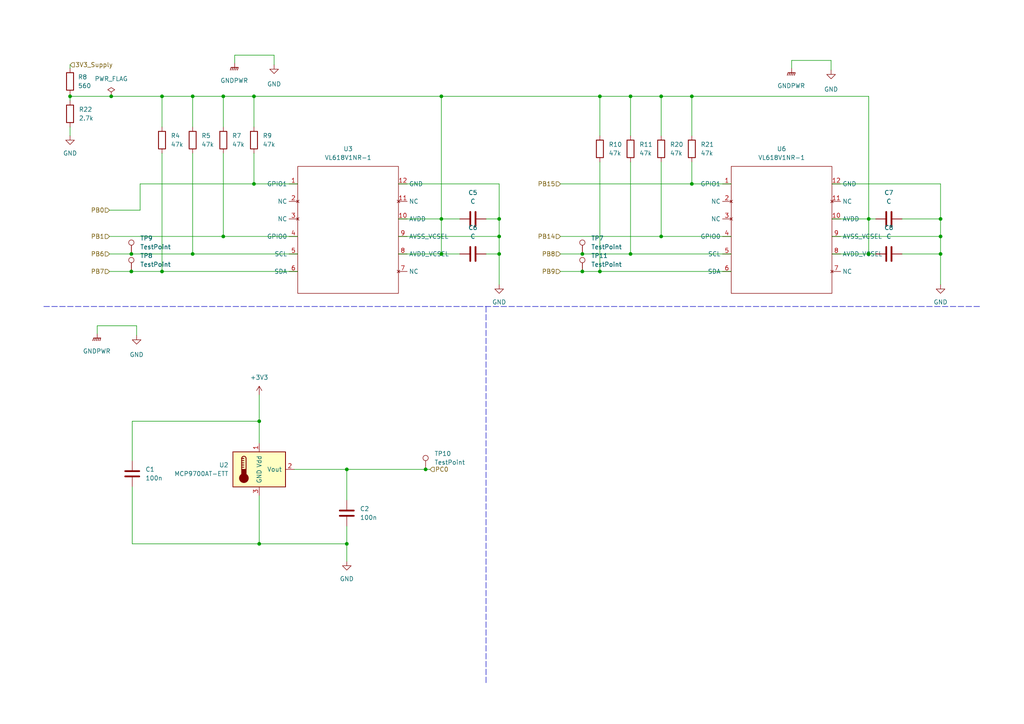
<source format=kicad_sch>
(kicad_sch (version 20211123) (generator eeschema)

  (uuid ae78189d-79c7-41a0-b77c-3bb766898352)

  (paper "A4")

  (title_block
    (title "Sensors")
    (date "2022-03-04")
    (rev "01")
    (company "University of Cape Town")
    (comment 1 "Author: Munashe Chihota")
  )

  (lib_symbols
    (symbol "Connector:TestPoint" (pin_numbers hide) (pin_names (offset 0.762) hide) (in_bom yes) (on_board yes)
      (property "Reference" "TP" (id 0) (at 0 6.858 0)
        (effects (font (size 1.27 1.27)))
      )
      (property "Value" "TestPoint" (id 1) (at 0 5.08 0)
        (effects (font (size 1.27 1.27)))
      )
      (property "Footprint" "" (id 2) (at 5.08 0 0)
        (effects (font (size 1.27 1.27)) hide)
      )
      (property "Datasheet" "~" (id 3) (at 5.08 0 0)
        (effects (font (size 1.27 1.27)) hide)
      )
      (property "ki_keywords" "test point tp" (id 4) (at 0 0 0)
        (effects (font (size 1.27 1.27)) hide)
      )
      (property "ki_description" "test point" (id 5) (at 0 0 0)
        (effects (font (size 1.27 1.27)) hide)
      )
      (property "ki_fp_filters" "Pin* Test*" (id 6) (at 0 0 0)
        (effects (font (size 1.27 1.27)) hide)
      )
      (symbol "TestPoint_0_1"
        (circle (center 0 3.302) (radius 0.762)
          (stroke (width 0) (type default) (color 0 0 0 0))
          (fill (type none))
        )
      )
      (symbol "TestPoint_1_1"
        (pin passive line (at 0 0 90) (length 2.54)
          (name "1" (effects (font (size 1.27 1.27))))
          (number "1" (effects (font (size 1.27 1.27))))
        )
      )
    )
    (symbol "Device:C" (pin_numbers hide) (pin_names (offset 0.254)) (in_bom yes) (on_board yes)
      (property "Reference" "C" (id 0) (at 0.635 2.54 0)
        (effects (font (size 1.27 1.27)) (justify left))
      )
      (property "Value" "C" (id 1) (at 0.635 -2.54 0)
        (effects (font (size 1.27 1.27)) (justify left))
      )
      (property "Footprint" "" (id 2) (at 0.9652 -3.81 0)
        (effects (font (size 1.27 1.27)) hide)
      )
      (property "Datasheet" "~" (id 3) (at 0 0 0)
        (effects (font (size 1.27 1.27)) hide)
      )
      (property "ki_keywords" "cap capacitor" (id 4) (at 0 0 0)
        (effects (font (size 1.27 1.27)) hide)
      )
      (property "ki_description" "Unpolarized capacitor" (id 5) (at 0 0 0)
        (effects (font (size 1.27 1.27)) hide)
      )
      (property "ki_fp_filters" "C_*" (id 6) (at 0 0 0)
        (effects (font (size 1.27 1.27)) hide)
      )
      (symbol "C_0_1"
        (polyline
          (pts
            (xy -2.032 -0.762)
            (xy 2.032 -0.762)
          )
          (stroke (width 0.508) (type default) (color 0 0 0 0))
          (fill (type none))
        )
        (polyline
          (pts
            (xy -2.032 0.762)
            (xy 2.032 0.762)
          )
          (stroke (width 0.508) (type default) (color 0 0 0 0))
          (fill (type none))
        )
      )
      (symbol "C_1_1"
        (pin passive line (at 0 3.81 270) (length 2.794)
          (name "~" (effects (font (size 1.27 1.27))))
          (number "1" (effects (font (size 1.27 1.27))))
        )
        (pin passive line (at 0 -3.81 90) (length 2.794)
          (name "~" (effects (font (size 1.27 1.27))))
          (number "2" (effects (font (size 1.27 1.27))))
        )
      )
    )
    (symbol "Device:R" (pin_numbers hide) (pin_names (offset 0)) (in_bom yes) (on_board yes)
      (property "Reference" "R" (id 0) (at 2.032 0 90)
        (effects (font (size 1.27 1.27)))
      )
      (property "Value" "R" (id 1) (at 0 0 90)
        (effects (font (size 1.27 1.27)))
      )
      (property "Footprint" "" (id 2) (at -1.778 0 90)
        (effects (font (size 1.27 1.27)) hide)
      )
      (property "Datasheet" "~" (id 3) (at 0 0 0)
        (effects (font (size 1.27 1.27)) hide)
      )
      (property "ki_keywords" "R res resistor" (id 4) (at 0 0 0)
        (effects (font (size 1.27 1.27)) hide)
      )
      (property "ki_description" "Resistor" (id 5) (at 0 0 0)
        (effects (font (size 1.27 1.27)) hide)
      )
      (property "ki_fp_filters" "R_*" (id 6) (at 0 0 0)
        (effects (font (size 1.27 1.27)) hide)
      )
      (symbol "R_0_1"
        (rectangle (start -1.016 -2.54) (end 1.016 2.54)
          (stroke (width 0.254) (type default) (color 0 0 0 0))
          (fill (type none))
        )
      )
      (symbol "R_1_1"
        (pin passive line (at 0 3.81 270) (length 1.27)
          (name "~" (effects (font (size 1.27 1.27))))
          (number "1" (effects (font (size 1.27 1.27))))
        )
        (pin passive line (at 0 -3.81 90) (length 1.27)
          (name "~" (effects (font (size 1.27 1.27))))
          (number "2" (effects (font (size 1.27 1.27))))
        )
      )
    )
    (symbol "Project sensors:VL618V1NR-1" (in_bom yes) (on_board yes)
      (property "Reference" "U6" (id 0) (at -0.635 21.59 0)
        (effects (font (size 1.27 1.27)))
      )
      (property "Value" "VL618V1NR-1" (id 1) (at -0.635 19.05 0)
        (effects (font (size 1.27 1.27)))
      )
      (property "Footprint" "ProjectLibFootprints:VL6180" (id 2) (at 0 0 0)
        (effects (font (size 1.27 1.27)) hide)
      )
      (property "Datasheet" "" (id 3) (at 0 0 0)
        (effects (font (size 1.27 1.27)) hide)
      )
      (symbol "VL618V1NR-1_0_1"
        (rectangle (start -15.24 16.51) (end 13.97 -20.32)
          (stroke (width 0) (type default) (color 0 0 0 0))
          (fill (type none))
        )
      )
      (symbol "VL618V1NR-1_1_1"
        (pin bidirectional line (at -15.24 11.43 180) (length 2.54)
          (name "GPIO1" (effects (font (size 1.27 1.27))))
          (number "1" (effects (font (size 1.27 1.27))))
        )
        (pin power_in line (at 13.97 1.27 0) (length 2.54)
          (name "AVDD" (effects (font (size 1.27 1.27))))
          (number "10" (effects (font (size 1.27 1.27))))
        )
        (pin no_connect line (at 13.97 6.35 0) (length 2.54)
          (name "NC" (effects (font (size 1.27 1.27))))
          (number "11" (effects (font (size 1.27 1.27))))
        )
        (pin power_in line (at 13.97 11.43 0) (length 2.54)
          (name "GND" (effects (font (size 1.27 1.27))))
          (number "12" (effects (font (size 1.27 1.27))))
        )
        (pin no_connect line (at -15.24 6.35 180) (length 2.54)
          (name "NC" (effects (font (size 1.27 1.27))))
          (number "2" (effects (font (size 1.27 1.27))))
        )
        (pin no_connect line (at -15.24 1.27 180) (length 2.54)
          (name "NC" (effects (font (size 1.27 1.27))))
          (number "3" (effects (font (size 1.27 1.27))))
        )
        (pin bidirectional line (at -15.24 -3.81 180) (length 2.54)
          (name "GPIO0" (effects (font (size 1.27 1.27))))
          (number "4" (effects (font (size 1.27 1.27))))
        )
        (pin input line (at -15.24 -8.89 180) (length 2.54)
          (name "SCL" (effects (font (size 1.27 1.27))))
          (number "5" (effects (font (size 1.27 1.27))))
        )
        (pin bidirectional line (at -15.24 -13.97 180) (length 2.54)
          (name "SDA" (effects (font (size 1.27 1.27))))
          (number "6" (effects (font (size 1.27 1.27))))
        )
        (pin no_connect line (at 13.97 -13.97 0) (length 2.54)
          (name "NC" (effects (font (size 1.27 1.27))))
          (number "7" (effects (font (size 1.27 1.27))))
        )
        (pin power_in line (at 13.97 -8.89 0) (length 2.54)
          (name "AVDD_VCSEL" (effects (font (size 1.27 1.27))))
          (number "8" (effects (font (size 1.27 1.27))))
        )
        (pin power_in line (at 13.97 -3.81 0) (length 2.54)
          (name "AVSS_VCSEL" (effects (font (size 1.27 1.27))))
          (number "9" (effects (font (size 1.27 1.27))))
        )
      )
    )
    (symbol "Sensor_Temperature:MCP9700AT-ETT" (pin_names (offset 1.016)) (in_bom yes) (on_board yes)
      (property "Reference" "U" (id 0) (at -6.35 6.35 0)
        (effects (font (size 1.27 1.27)))
      )
      (property "Value" "MCP9700AT-ETT" (id 1) (at 1.27 6.35 0)
        (effects (font (size 1.27 1.27)) (justify left))
      )
      (property "Footprint" "Package_TO_SOT_SMD:SOT-23" (id 2) (at 0 -10.16 0)
        (effects (font (size 1.27 1.27)) hide)
      )
      (property "Datasheet" "http://ww1.microchip.com/downloads/en/DeviceDoc/21942e.pdf" (id 3) (at -3.81 6.35 0)
        (effects (font (size 1.27 1.27)) hide)
      )
      (property "ki_keywords" "temperature sensor thermistor" (id 4) (at 0 0 0)
        (effects (font (size 1.27 1.27)) hide)
      )
      (property "ki_description" "Low power, analog thermistor temperature sensor, ±2C accuracy, -40C to +125C, in SOT-23-3" (id 5) (at 0 0 0)
        (effects (font (size 1.27 1.27)) hide)
      )
      (property "ki_fp_filters" "SOT?23*" (id 6) (at 0 0 0)
        (effects (font (size 1.27 1.27)) hide)
      )
      (symbol "MCP9700AT-ETT_0_1"
        (rectangle (start -7.62 5.08) (end 7.62 -5.08)
          (stroke (width 0.254) (type default) (color 0 0 0 0))
          (fill (type background))
        )
        (circle (center -4.445 -2.54) (radius 1.27)
          (stroke (width 0.254) (type default) (color 0 0 0 0))
          (fill (type outline))
        )
        (rectangle (start -3.81 -1.905) (end -5.08 0)
          (stroke (width 0.254) (type default) (color 0 0 0 0))
          (fill (type outline))
        )
        (arc (start -3.81 3.175) (mid -4.445 3.81) (end -5.08 3.175)
          (stroke (width 0.254) (type default) (color 0 0 0 0))
          (fill (type none))
        )
        (polyline
          (pts
            (xy -5.08 0.635)
            (xy -4.445 0.635)
          )
          (stroke (width 0.254) (type default) (color 0 0 0 0))
          (fill (type none))
        )
        (polyline
          (pts
            (xy -5.08 1.27)
            (xy -4.445 1.27)
          )
          (stroke (width 0.254) (type default) (color 0 0 0 0))
          (fill (type none))
        )
        (polyline
          (pts
            (xy -5.08 1.905)
            (xy -4.445 1.905)
          )
          (stroke (width 0.254) (type default) (color 0 0 0 0))
          (fill (type none))
        )
        (polyline
          (pts
            (xy -5.08 2.54)
            (xy -4.445 2.54)
          )
          (stroke (width 0.254) (type default) (color 0 0 0 0))
          (fill (type none))
        )
        (polyline
          (pts
            (xy -5.08 3.175)
            (xy -5.08 0)
          )
          (stroke (width 0.254) (type default) (color 0 0 0 0))
          (fill (type none))
        )
        (polyline
          (pts
            (xy -5.08 3.175)
            (xy -4.445 3.175)
          )
          (stroke (width 0.254) (type default) (color 0 0 0 0))
          (fill (type none))
        )
        (polyline
          (pts
            (xy -3.81 3.175)
            (xy -3.81 0)
          )
          (stroke (width 0.254) (type default) (color 0 0 0 0))
          (fill (type none))
        )
      )
      (symbol "MCP9700AT-ETT_1_1"
        (pin power_in line (at 0 7.62 270) (length 2.54)
          (name "Vdd" (effects (font (size 1.27 1.27))))
          (number "1" (effects (font (size 1.27 1.27))))
        )
        (pin output line (at 10.16 0 180) (length 2.54)
          (name "Vout" (effects (font (size 1.27 1.27))))
          (number "2" (effects (font (size 1.27 1.27))))
        )
        (pin power_in line (at 0 -7.62 90) (length 2.54)
          (name "GND" (effects (font (size 1.27 1.27))))
          (number "3" (effects (font (size 1.27 1.27))))
        )
      )
    )
    (symbol "VL618V1NR-1_1" (in_bom yes) (on_board yes)
      (property "Reference" "U3" (id 0) (at -0.635 21.59 0)
        (effects (font (size 1.27 1.27)))
      )
      (property "Value" "VL618V1NR-1" (id 1) (at -0.635 19.05 0)
        (effects (font (size 1.27 1.27)))
      )
      (property "Footprint" "ProjectLibFootprints:VL6180" (id 2) (at 0 0 0)
        (effects (font (size 1.27 1.27)) hide)
      )
      (property "Datasheet" "" (id 3) (at 0 0 0)
        (effects (font (size 1.27 1.27)) hide)
      )
      (symbol "VL618V1NR-1_1_0_1"
        (rectangle (start -15.24 16.51) (end 13.97 -20.32)
          (stroke (width 0) (type default) (color 0 0 0 0))
          (fill (type none))
        )
      )
      (symbol "VL618V1NR-1_1_1_1"
        (pin bidirectional line (at -15.24 11.43 180) (length 2.54)
          (name "GPIO1" (effects (font (size 1.27 1.27))))
          (number "1" (effects (font (size 1.27 1.27))))
        )
        (pin power_in line (at 13.97 1.27 0) (length 2.54)
          (name "AVDD" (effects (font (size 1.27 1.27))))
          (number "10" (effects (font (size 1.27 1.27))))
        )
        (pin no_connect line (at 13.97 6.35 0) (length 2.54)
          (name "NC" (effects (font (size 1.27 1.27))))
          (number "11" (effects (font (size 1.27 1.27))))
        )
        (pin power_in line (at 13.97 11.43 0) (length 2.54)
          (name "GND" (effects (font (size 1.27 1.27))))
          (number "12" (effects (font (size 1.27 1.27))))
        )
        (pin no_connect line (at -15.24 6.35 180) (length 2.54)
          (name "NC" (effects (font (size 1.27 1.27))))
          (number "2" (effects (font (size 1.27 1.27))))
        )
        (pin no_connect line (at -15.24 1.27 180) (length 2.54)
          (name "NC" (effects (font (size 1.27 1.27))))
          (number "3" (effects (font (size 1.27 1.27))))
        )
        (pin bidirectional line (at -15.24 -3.81 180) (length 2.54)
          (name "GPIO0" (effects (font (size 1.27 1.27))))
          (number "4" (effects (font (size 1.27 1.27))))
        )
        (pin input line (at -15.24 -8.89 180) (length 2.54)
          (name "SCL" (effects (font (size 1.27 1.27))))
          (number "5" (effects (font (size 1.27 1.27))))
        )
        (pin bidirectional line (at -15.24 -13.97 180) (length 2.54)
          (name "SDA" (effects (font (size 1.27 1.27))))
          (number "6" (effects (font (size 1.27 1.27))))
        )
        (pin no_connect line (at 13.97 -13.97 0) (length 2.54)
          (name "NC" (effects (font (size 1.27 1.27))))
          (number "7" (effects (font (size 1.27 1.27))))
        )
        (pin power_in line (at 13.97 -8.89 0) (length 2.54)
          (name "AVDD_VCSEL" (effects (font (size 1.27 1.27))))
          (number "8" (effects (font (size 1.27 1.27))))
        )
        (pin power_in line (at 13.97 -3.81 0) (length 2.54)
          (name "AVSS_VCSEL" (effects (font (size 1.27 1.27))))
          (number "9" (effects (font (size 1.27 1.27))))
        )
      )
    )
    (symbol "power:+3.3V" (power) (pin_names (offset 0)) (in_bom yes) (on_board yes)
      (property "Reference" "#PWR" (id 0) (at 0 -3.81 0)
        (effects (font (size 1.27 1.27)) hide)
      )
      (property "Value" "+3.3V" (id 1) (at 0 3.556 0)
        (effects (font (size 1.27 1.27)))
      )
      (property "Footprint" "" (id 2) (at 0 0 0)
        (effects (font (size 1.27 1.27)) hide)
      )
      (property "Datasheet" "" (id 3) (at 0 0 0)
        (effects (font (size 1.27 1.27)) hide)
      )
      (property "ki_keywords" "power-flag" (id 4) (at 0 0 0)
        (effects (font (size 1.27 1.27)) hide)
      )
      (property "ki_description" "Power symbol creates a global label with name \"+3.3V\"" (id 5) (at 0 0 0)
        (effects (font (size 1.27 1.27)) hide)
      )
      (symbol "+3.3V_0_1"
        (polyline
          (pts
            (xy -0.762 1.27)
            (xy 0 2.54)
          )
          (stroke (width 0) (type default) (color 0 0 0 0))
          (fill (type none))
        )
        (polyline
          (pts
            (xy 0 0)
            (xy 0 2.54)
          )
          (stroke (width 0) (type default) (color 0 0 0 0))
          (fill (type none))
        )
        (polyline
          (pts
            (xy 0 2.54)
            (xy 0.762 1.27)
          )
          (stroke (width 0) (type default) (color 0 0 0 0))
          (fill (type none))
        )
      )
      (symbol "+3.3V_1_1"
        (pin power_in line (at 0 0 90) (length 0) hide
          (name "+3V3" (effects (font (size 1.27 1.27))))
          (number "1" (effects (font (size 1.27 1.27))))
        )
      )
    )
    (symbol "power:GND" (power) (pin_names (offset 0)) (in_bom yes) (on_board yes)
      (property "Reference" "#PWR" (id 0) (at 0 -6.35 0)
        (effects (font (size 1.27 1.27)) hide)
      )
      (property "Value" "GND" (id 1) (at 0 -3.81 0)
        (effects (font (size 1.27 1.27)))
      )
      (property "Footprint" "" (id 2) (at 0 0 0)
        (effects (font (size 1.27 1.27)) hide)
      )
      (property "Datasheet" "" (id 3) (at 0 0 0)
        (effects (font (size 1.27 1.27)) hide)
      )
      (property "ki_keywords" "power-flag" (id 4) (at 0 0 0)
        (effects (font (size 1.27 1.27)) hide)
      )
      (property "ki_description" "Power symbol creates a global label with name \"GND\" , ground" (id 5) (at 0 0 0)
        (effects (font (size 1.27 1.27)) hide)
      )
      (symbol "GND_0_1"
        (polyline
          (pts
            (xy 0 0)
            (xy 0 -1.27)
            (xy 1.27 -1.27)
            (xy 0 -2.54)
            (xy -1.27 -1.27)
            (xy 0 -1.27)
          )
          (stroke (width 0) (type default) (color 0 0 0 0))
          (fill (type none))
        )
      )
      (symbol "GND_1_1"
        (pin power_in line (at 0 0 270) (length 0) hide
          (name "GND" (effects (font (size 1.27 1.27))))
          (number "1" (effects (font (size 1.27 1.27))))
        )
      )
    )
    (symbol "power:GNDPWR" (power) (pin_names (offset 0)) (in_bom yes) (on_board yes)
      (property "Reference" "#PWR" (id 0) (at 0 -5.08 0)
        (effects (font (size 1.27 1.27)) hide)
      )
      (property "Value" "GNDPWR" (id 1) (at 0 -3.302 0)
        (effects (font (size 1.27 1.27)))
      )
      (property "Footprint" "" (id 2) (at 0 -1.27 0)
        (effects (font (size 1.27 1.27)) hide)
      )
      (property "Datasheet" "" (id 3) (at 0 -1.27 0)
        (effects (font (size 1.27 1.27)) hide)
      )
      (property "ki_keywords" "power-flag" (id 4) (at 0 0 0)
        (effects (font (size 1.27 1.27)) hide)
      )
      (property "ki_description" "Power symbol creates a global label with name \"GNDPWR\" , power ground" (id 5) (at 0 0 0)
        (effects (font (size 1.27 1.27)) hide)
      )
      (symbol "GNDPWR_0_1"
        (polyline
          (pts
            (xy 0 -1.27)
            (xy 0 0)
          )
          (stroke (width 0) (type default) (color 0 0 0 0))
          (fill (type none))
        )
        (polyline
          (pts
            (xy -1.016 -1.27)
            (xy -1.27 -2.032)
            (xy -1.27 -2.032)
          )
          (stroke (width 0.2032) (type default) (color 0 0 0 0))
          (fill (type none))
        )
        (polyline
          (pts
            (xy -0.508 -1.27)
            (xy -0.762 -2.032)
            (xy -0.762 -2.032)
          )
          (stroke (width 0.2032) (type default) (color 0 0 0 0))
          (fill (type none))
        )
        (polyline
          (pts
            (xy 0 -1.27)
            (xy -0.254 -2.032)
            (xy -0.254 -2.032)
          )
          (stroke (width 0.2032) (type default) (color 0 0 0 0))
          (fill (type none))
        )
        (polyline
          (pts
            (xy 0.508 -1.27)
            (xy 0.254 -2.032)
            (xy 0.254 -2.032)
          )
          (stroke (width 0.2032) (type default) (color 0 0 0 0))
          (fill (type none))
        )
        (polyline
          (pts
            (xy 1.016 -1.27)
            (xy -1.016 -1.27)
            (xy -1.016 -1.27)
          )
          (stroke (width 0.2032) (type default) (color 0 0 0 0))
          (fill (type none))
        )
        (polyline
          (pts
            (xy 1.016 -1.27)
            (xy 0.762 -2.032)
            (xy 0.762 -2.032)
            (xy 0.762 -2.032)
          )
          (stroke (width 0.2032) (type default) (color 0 0 0 0))
          (fill (type none))
        )
      )
      (symbol "GNDPWR_1_1"
        (pin power_in line (at 0 0 270) (length 0) hide
          (name "GNDPWR" (effects (font (size 1.27 1.27))))
          (number "1" (effects (font (size 1.27 1.27))))
        )
      )
    )
    (symbol "power:PWR_FLAG" (power) (pin_numbers hide) (pin_names (offset 0) hide) (in_bom yes) (on_board yes)
      (property "Reference" "#FLG" (id 0) (at 0 1.905 0)
        (effects (font (size 1.27 1.27)) hide)
      )
      (property "Value" "PWR_FLAG" (id 1) (at 0 3.81 0)
        (effects (font (size 1.27 1.27)))
      )
      (property "Footprint" "" (id 2) (at 0 0 0)
        (effects (font (size 1.27 1.27)) hide)
      )
      (property "Datasheet" "~" (id 3) (at 0 0 0)
        (effects (font (size 1.27 1.27)) hide)
      )
      (property "ki_keywords" "power-flag" (id 4) (at 0 0 0)
        (effects (font (size 1.27 1.27)) hide)
      )
      (property "ki_description" "Special symbol for telling ERC where power comes from" (id 5) (at 0 0 0)
        (effects (font (size 1.27 1.27)) hide)
      )
      (symbol "PWR_FLAG_0_0"
        (pin power_out line (at 0 0 90) (length 0)
          (name "pwr" (effects (font (size 1.27 1.27))))
          (number "1" (effects (font (size 1.27 1.27))))
        )
      )
      (symbol "PWR_FLAG_0_1"
        (polyline
          (pts
            (xy 0 0)
            (xy 0 1.27)
            (xy -1.016 1.905)
            (xy 0 2.54)
            (xy 1.016 1.905)
            (xy 0 1.27)
          )
          (stroke (width 0) (type default) (color 0 0 0 0))
          (fill (type none))
        )
      )
    )
  )


  (junction (at 46.99 78.74) (diameter 0) (color 0 0 0 0)
    (uuid 05169713-5602-43e5-9dc7-55352ed980b3)
  )
  (junction (at 251.968 63.5) (diameter 0) (color 0 0 0 0)
    (uuid 0b89b401-497f-421d-9549-f46aeca31791)
  )
  (junction (at 32.258 27.94) (diameter 0) (color 0 0 0 0)
    (uuid 0cb858b8-ac7b-4c26-a80e-344eba2cb4ea)
  )
  (junction (at 100.584 136.144) (diameter 0) (color 0 0 0 0)
    (uuid 22994ef8-f5fd-4ef8-bae4-f9bc4121ee65)
  )
  (junction (at 55.88 27.94) (diameter 0) (color 0 0 0 0)
    (uuid 2b091e01-d11c-4e51-9c84-579628564965)
  )
  (junction (at 144.78 73.66) (diameter 0) (color 0 0 0 0)
    (uuid 2b5a338e-6106-47c2-9781-b7cfc591d390)
  )
  (junction (at 38.1 78.74) (diameter 0) (color 0 0 0 0)
    (uuid 2c470bda-aade-4b94-aff0-22829f7b3d5c)
  )
  (junction (at 100.584 157.734) (diameter 0) (color 0 0 0 0)
    (uuid 2e484963-b269-42b3-9486-24df28465ede)
  )
  (junction (at 73.66 53.34) (diameter 0) (color 0 0 0 0)
    (uuid 348799d6-088a-45ca-8214-bb9dd07af181)
  )
  (junction (at 75.184 157.734) (diameter 0) (color 0 0 0 0)
    (uuid 37636792-b110-4a70-a465-350de15a2496)
  )
  (junction (at 200.66 27.94) (diameter 0) (color 0 0 0 0)
    (uuid 3c209543-5995-4a0b-983b-0084cd815173)
  )
  (junction (at 128.016 63.5) (diameter 0) (color 0 0 0 0)
    (uuid 44acaa70-6c78-4cf7-a03c-81105da3d34b)
  )
  (junction (at 128.016 73.66) (diameter 0) (color 0 0 0 0)
    (uuid 45d8a565-4bfb-46f1-9ff3-e912b9bcbefa)
  )
  (junction (at 272.796 73.66) (diameter 0) (color 0 0 0 0)
    (uuid 578ffbd0-44cd-4ea8-af3b-17ff908d3f22)
  )
  (junction (at 272.796 68.58) (diameter 0) (color 0 0 0 0)
    (uuid 599a679d-8053-4abd-8a89-4621445798e7)
  )
  (junction (at 200.66 53.34) (diameter 0) (color 0 0 0 0)
    (uuid 5d489318-499b-445f-82f7-0e627304f810)
  )
  (junction (at 123.444 136.144) (diameter 0) (color 0 0 0 0)
    (uuid 65132667-826d-437b-9c63-70b6e67d1119)
  )
  (junction (at 168.91 73.66) (diameter 0) (color 0 0 0 0)
    (uuid 65378856-b78f-487f-8b14-7cf18878e65c)
  )
  (junction (at 191.77 68.58) (diameter 0) (color 0 0 0 0)
    (uuid 6f587f8c-9d3e-4eb2-a937-c22dec4fd1ec)
  )
  (junction (at 46.99 27.94) (diameter 0) (color 0 0 0 0)
    (uuid 6f70e95a-d558-4512-8b5d-b097b727016d)
  )
  (junction (at 20.32 27.94) (diameter 0) (color 0 0 0 0)
    (uuid 8113c835-a76b-401a-9d3f-612d51e8a12b)
  )
  (junction (at 272.796 63.5) (diameter 0) (color 0 0 0 0)
    (uuid 882dc0b3-a87e-4470-8543-9251ef54f640)
  )
  (junction (at 75.184 122.174) (diameter 0) (color 0 0 0 0)
    (uuid 89ce4106-b0fc-45ca-bb1b-a065cb824a5e)
  )
  (junction (at 168.91 78.74) (diameter 0) (color 0 0 0 0)
    (uuid 8b2b0a34-30d7-4262-8485-639d24e278cd)
  )
  (junction (at 173.99 78.74) (diameter 0) (color 0 0 0 0)
    (uuid 940ae67e-70a2-40f8-85c7-41e6222fc820)
  )
  (junction (at 182.88 73.66) (diameter 0) (color 0 0 0 0)
    (uuid 97dda2f9-6bc8-4eb5-a0a9-064c3fe58dbc)
  )
  (junction (at 73.66 27.94) (diameter 0) (color 0 0 0 0)
    (uuid a193eb52-c74c-418f-ab1b-93cc6ee2f0c3)
  )
  (junction (at 173.99 27.94) (diameter 0) (color 0 0 0 0)
    (uuid a21ebbe3-0eef-49c0-af16-0bb4bfa0960a)
  )
  (junction (at 144.78 68.58) (diameter 0) (color 0 0 0 0)
    (uuid a4116bf9-4838-4662-ac68-98af6695c58f)
  )
  (junction (at 38.1 73.66) (diameter 0) (color 0 0 0 0)
    (uuid ae56b332-c2bf-4a02-86d5-8685263c9df0)
  )
  (junction (at 55.88 73.66) (diameter 0) (color 0 0 0 0)
    (uuid aeba30e0-b502-40df-8e70-0a1c2e5cc36f)
  )
  (junction (at 64.77 27.94) (diameter 0) (color 0 0 0 0)
    (uuid cf3605fb-6b23-46b6-9c57-da8258c4c1ab)
  )
  (junction (at 251.968 73.66) (diameter 0) (color 0 0 0 0)
    (uuid d070c8eb-cc53-4a91-a791-396aeb056142)
  )
  (junction (at 182.88 27.94) (diameter 0) (color 0 0 0 0)
    (uuid e1ef209d-c26f-4a10-b73e-1b343973ee4f)
  )
  (junction (at 144.78 63.5) (diameter 0) (color 0 0 0 0)
    (uuid ea0331ce-932c-415a-b2a4-47a0521af3eb)
  )
  (junction (at 64.77 68.58) (diameter 0) (color 0 0 0 0)
    (uuid ea1b2924-6f76-47c5-a351-6fa114924f7c)
  )
  (junction (at 128.016 27.94) (diameter 0) (color 0 0 0 0)
    (uuid ef7d2a6f-4697-4fd7-9fc7-cd941c94dc81)
  )
  (junction (at 191.77 27.94) (diameter 0) (color 0 0 0 0)
    (uuid f315d566-4aab-4eb9-8131-6ca92bf3b2fb)
  )

  (wire (pts (xy 168.91 78.74) (xy 173.99 78.74))
    (stroke (width 0) (type default) (color 0 0 0 0))
    (uuid 0a04f1c8-c8c9-49e0-b173-e268fbed2d31)
  )
  (wire (pts (xy 191.77 27.94) (xy 200.66 27.94))
    (stroke (width 0) (type default) (color 0 0 0 0))
    (uuid 0cbdad87-58b1-4aa6-b917-d050a5e66a5a)
  )
  (wire (pts (xy 173.99 78.74) (xy 212.09 78.74))
    (stroke (width 0) (type default) (color 0 0 0 0))
    (uuid 0ef497bb-8772-44fd-b8f3-ac6c1d52927c)
  )
  (wire (pts (xy 86.36 68.58) (xy 64.77 68.58))
    (stroke (width 0) (type default) (color 0 0 0 0))
    (uuid 0fb1880c-ca94-4bcf-9939-78f1e6f720b8)
  )
  (wire (pts (xy 200.66 27.94) (xy 251.968 27.94))
    (stroke (width 0) (type default) (color 0 0 0 0))
    (uuid 0fcf310c-d708-4ec6-a9ed-ad6d703d1b76)
  )
  (wire (pts (xy 182.88 27.94) (xy 182.88 39.37))
    (stroke (width 0) (type default) (color 0 0 0 0))
    (uuid 1193ec96-b0e9-4246-a348-048890499996)
  )
  (wire (pts (xy 182.88 46.99) (xy 182.88 73.66))
    (stroke (width 0) (type default) (color 0 0 0 0))
    (uuid 1332ce2a-d402-4bdf-9992-c7ae53d7f8e2)
  )
  (wire (pts (xy 115.57 63.5) (xy 128.016 63.5))
    (stroke (width 0) (type default) (color 0 0 0 0))
    (uuid 17edb48c-8373-4358-a597-1d187f565854)
  )
  (wire (pts (xy 200.66 53.34) (xy 212.09 53.34))
    (stroke (width 0) (type default) (color 0 0 0 0))
    (uuid 1bebe425-5b88-47ef-9ae2-fa4350615fa8)
  )
  (wire (pts (xy 173.99 27.94) (xy 173.99 39.37))
    (stroke (width 0) (type default) (color 0 0 0 0))
    (uuid 1c412d0b-b575-4867-b8ef-cb9859937503)
  )
  (wire (pts (xy 73.66 53.34) (xy 86.36 53.34))
    (stroke (width 0) (type default) (color 0 0 0 0))
    (uuid 1f5eaf60-cf7f-44dd-ae6d-b8cd9d625974)
  )
  (wire (pts (xy 46.99 27.94) (xy 46.99 36.83))
    (stroke (width 0) (type default) (color 0 0 0 0))
    (uuid 21efb4d4-51c1-4cf9-9e5c-2519150c81a3)
  )
  (wire (pts (xy 32.258 27.94) (xy 46.99 27.94))
    (stroke (width 0) (type default) (color 0 0 0 0))
    (uuid 234a9e55-962b-4c27-afc6-61ae29ac644a)
  )
  (wire (pts (xy 173.99 27.94) (xy 182.88 27.94))
    (stroke (width 0) (type default) (color 0 0 0 0))
    (uuid 239a4bd6-cfc7-40b1-822e-c8692943b732)
  )
  (wire (pts (xy 272.796 63.5) (xy 272.796 68.58))
    (stroke (width 0) (type default) (color 0 0 0 0))
    (uuid 24c80c57-ecf2-41d0-bfc4-d41aa271b7da)
  )
  (wire (pts (xy 39.624 97.282) (xy 39.624 94.488))
    (stroke (width 0) (type default) (color 0 0 0 0))
    (uuid 2797e55b-ab07-4407-8f59-7c2f57176870)
  )
  (wire (pts (xy 46.99 27.94) (xy 55.88 27.94))
    (stroke (width 0) (type default) (color 0 0 0 0))
    (uuid 2834de78-a0ba-4c3c-bf89-061543382370)
  )
  (wire (pts (xy 251.968 63.5) (xy 254 63.5))
    (stroke (width 0) (type default) (color 0 0 0 0))
    (uuid 28770be6-fe03-4312-af49-89d7ed955431)
  )
  (wire (pts (xy 38.354 141.224) (xy 38.354 157.734))
    (stroke (width 0) (type default) (color 0 0 0 0))
    (uuid 2f677aa4-d5a3-4a37-97a5-385066770256)
  )
  (wire (pts (xy 73.66 27.94) (xy 128.016 27.94))
    (stroke (width 0) (type default) (color 0 0 0 0))
    (uuid 2f79ed50-be22-4fe2-885b-ed7a5a3d6fc3)
  )
  (wire (pts (xy 128.016 27.94) (xy 173.99 27.94))
    (stroke (width 0) (type default) (color 0 0 0 0))
    (uuid 31522f7b-97b4-4305-96b0-79df3ffbc090)
  )
  (wire (pts (xy 173.99 46.99) (xy 173.99 78.74))
    (stroke (width 0) (type default) (color 0 0 0 0))
    (uuid 3326cf02-09b6-41ab-80d2-a52897347d5d)
  )
  (wire (pts (xy 75.184 114.554) (xy 75.184 122.174))
    (stroke (width 0) (type default) (color 0 0 0 0))
    (uuid 335b6517-ea4c-4118-ad85-99a74ff64842)
  )
  (wire (pts (xy 272.796 68.58) (xy 272.796 73.66))
    (stroke (width 0) (type default) (color 0 0 0 0))
    (uuid 3810ddbd-e0fb-428f-8654-d631f6d51bf7)
  )
  (wire (pts (xy 128.016 63.5) (xy 128.016 73.66))
    (stroke (width 0) (type default) (color 0 0 0 0))
    (uuid 3a46464f-a389-4d3f-ba3b-58250c03a844)
  )
  (wire (pts (xy 272.796 53.34) (xy 272.796 63.5))
    (stroke (width 0) (type default) (color 0 0 0 0))
    (uuid 3bc53fef-ce3c-4c84-9468-8a84d7ae24f5)
  )
  (wire (pts (xy 128.016 73.66) (xy 133.35 73.66))
    (stroke (width 0) (type default) (color 0 0 0 0))
    (uuid 40836094-ceec-4472-9501-b506682510a2)
  )
  (wire (pts (xy 46.99 78.74) (xy 86.36 78.74))
    (stroke (width 0) (type default) (color 0 0 0 0))
    (uuid 4451d201-25bd-471f-8586-78335a643ccf)
  )
  (wire (pts (xy 123.444 135.89) (xy 123.444 136.144))
    (stroke (width 0) (type default) (color 0 0 0 0))
    (uuid 48d706b7-3752-4cab-bec3-ab501a179216)
  )
  (wire (pts (xy 75.184 143.764) (xy 75.184 157.734))
    (stroke (width 0) (type default) (color 0 0 0 0))
    (uuid 4cfff88e-f608-47c4-b991-93836701e9ba)
  )
  (wire (pts (xy 261.62 73.66) (xy 272.796 73.66))
    (stroke (width 0) (type default) (color 0 0 0 0))
    (uuid 4e2cd1cd-88b7-49ba-8639-f54a17292507)
  )
  (wire (pts (xy 182.88 73.66) (xy 212.09 73.66))
    (stroke (width 0) (type default) (color 0 0 0 0))
    (uuid 50aad85e-c405-4491-99f6-7c7eca40dbea)
  )
  (wire (pts (xy 100.584 136.144) (xy 123.444 136.144))
    (stroke (width 0) (type default) (color 0 0 0 0))
    (uuid 518ae3d6-70dd-4fe7-a620-845c686040c4)
  )
  (wire (pts (xy 241.3 53.34) (xy 272.796 53.34))
    (stroke (width 0) (type default) (color 0 0 0 0))
    (uuid 52bd9079-71e8-45b4-adf9-820f560d2be7)
  )
  (wire (pts (xy 144.78 68.58) (xy 144.78 73.66))
    (stroke (width 0) (type default) (color 0 0 0 0))
    (uuid 5682c492-da87-47d3-94c4-30b3ece4c740)
  )
  (wire (pts (xy 272.796 73.66) (xy 272.796 82.55))
    (stroke (width 0) (type default) (color 0 0 0 0))
    (uuid 59563fcd-6ae7-47ce-9012-4b24f6e2cc17)
  )
  (wire (pts (xy 200.66 27.94) (xy 200.66 39.37))
    (stroke (width 0) (type default) (color 0 0 0 0))
    (uuid 5a0c7c3a-5f32-4fc8-8793-9192553ca786)
  )
  (wire (pts (xy 162.56 73.66) (xy 168.91 73.66))
    (stroke (width 0) (type default) (color 0 0 0 0))
    (uuid 5afa9948-237c-46d3-9078-8c10a3eb2cfa)
  )
  (wire (pts (xy 55.88 73.66) (xy 86.36 73.66))
    (stroke (width 0) (type default) (color 0 0 0 0))
    (uuid 5c500e78-ecbe-4625-8bf1-0044b7b9f68f)
  )
  (wire (pts (xy 79.502 18.796) (xy 79.502 16.002))
    (stroke (width 0) (type default) (color 0 0 0 0))
    (uuid 5cc41f6c-14d6-4c92-a4c1-b25088cb3ba0)
  )
  (wire (pts (xy 191.77 27.94) (xy 191.77 39.37))
    (stroke (width 0) (type default) (color 0 0 0 0))
    (uuid 5e7b47a3-d400-4c94-b3e7-c77876cabd24)
  )
  (wire (pts (xy 73.66 27.94) (xy 73.66 36.83))
    (stroke (width 0) (type default) (color 0 0 0 0))
    (uuid 6115df9a-d271-4c0e-b90f-e3a0e9b7133d)
  )
  (wire (pts (xy 115.57 68.58) (xy 144.78 68.58))
    (stroke (width 0) (type default) (color 0 0 0 0))
    (uuid 63620e22-0062-4cd9-8119-6f70710b738d)
  )
  (polyline (pts (xy 12.7 88.9) (xy 284.48 88.9))
    (stroke (width 0) (type default) (color 0 0 0 0))
    (uuid 663afe67-91e0-47d7-9990-df9e79fade04)
  )

  (wire (pts (xy 55.88 27.94) (xy 55.88 36.83))
    (stroke (width 0) (type default) (color 0 0 0 0))
    (uuid 66cd5aab-72c1-43c4-b3a8-d503e2af4ed8)
  )
  (wire (pts (xy 144.78 53.34) (xy 144.78 63.5))
    (stroke (width 0) (type default) (color 0 0 0 0))
    (uuid 67f7351d-b2e4-464e-9308-0b8467c0d5ef)
  )
  (wire (pts (xy 64.77 27.94) (xy 64.77 36.83))
    (stroke (width 0) (type default) (color 0 0 0 0))
    (uuid 6b505da7-0050-41a5-9401-9da96a9e9675)
  )
  (wire (pts (xy 64.77 27.94) (xy 73.66 27.94))
    (stroke (width 0) (type default) (color 0 0 0 0))
    (uuid 6b95f18a-ebb6-4f66-9393-00334659febd)
  )
  (wire (pts (xy 20.32 27.94) (xy 32.258 27.94))
    (stroke (width 0) (type default) (color 0 0 0 0))
    (uuid 7060fa47-331e-41df-8568-2fcb9d70c475)
  )
  (wire (pts (xy 38.1 73.66) (xy 55.88 73.66))
    (stroke (width 0) (type default) (color 0 0 0 0))
    (uuid 7123062e-ab39-4c6a-9ab8-002ad37f9a35)
  )
  (wire (pts (xy 73.66 44.45) (xy 73.66 53.34))
    (stroke (width 0) (type default) (color 0 0 0 0))
    (uuid 7671f97a-122a-490b-a692-c435d3bfba85)
  )
  (wire (pts (xy 31.75 73.66) (xy 38.1 73.66))
    (stroke (width 0) (type default) (color 0 0 0 0))
    (uuid 77c8bd78-2baf-46ef-bd9a-307fd870c593)
  )
  (wire (pts (xy 40.64 53.34) (xy 73.66 53.34))
    (stroke (width 0) (type default) (color 0 0 0 0))
    (uuid 77e5e9e5-6010-4341-b66d-698bb9646989)
  )
  (wire (pts (xy 39.624 94.488) (xy 28.194 94.488))
    (stroke (width 0) (type default) (color 0 0 0 0))
    (uuid 7a36d04a-cdfe-4df9-ad32-dde9972228d9)
  )
  (wire (pts (xy 55.88 27.94) (xy 64.77 27.94))
    (stroke (width 0) (type default) (color 0 0 0 0))
    (uuid 7b645d2e-fefe-48e7-9233-925879d66949)
  )
  (wire (pts (xy 85.344 136.144) (xy 100.584 136.144))
    (stroke (width 0) (type default) (color 0 0 0 0))
    (uuid 8007f312-2c5f-4179-9d89-d222f4ad4846)
  )
  (wire (pts (xy 140.97 63.5) (xy 144.78 63.5))
    (stroke (width 0) (type default) (color 0 0 0 0))
    (uuid 8214cc2d-ea33-44a8-84ec-fa06be42e955)
  )
  (wire (pts (xy 75.184 157.734) (xy 100.584 157.734))
    (stroke (width 0) (type default) (color 0 0 0 0))
    (uuid 85f27ba3-a186-4587-9d11-ec6ebf3eae31)
  )
  (wire (pts (xy 241.3 68.58) (xy 272.796 68.58))
    (stroke (width 0) (type default) (color 0 0 0 0))
    (uuid 874c0d78-b83e-46c8-84f5-778bd203197f)
  )
  (wire (pts (xy 251.968 63.5) (xy 251.968 73.66))
    (stroke (width 0) (type default) (color 0 0 0 0))
    (uuid 8ca42cc8-ca5f-4093-8bf2-720e787fd063)
  )
  (wire (pts (xy 75.184 122.174) (xy 75.184 128.524))
    (stroke (width 0) (type default) (color 0 0 0 0))
    (uuid 8dcf038f-2b4a-4a63-a1c1-b26d1e0577ea)
  )
  (wire (pts (xy 20.32 27.432) (xy 20.32 27.94))
    (stroke (width 0) (type default) (color 0 0 0 0))
    (uuid 9200f927-c953-46f7-845d-66060bef2d9d)
  )
  (wire (pts (xy 251.968 27.94) (xy 251.968 63.5))
    (stroke (width 0) (type default) (color 0 0 0 0))
    (uuid 935a295c-a35c-44f9-9f34-8003aed822d6)
  )
  (polyline (pts (xy 140.97 88.9) (xy 140.97 198.12))
    (stroke (width 0) (type default) (color 0 0 0 0))
    (uuid 939c8679-0ffd-41f0-931b-0c166244dc80)
  )

  (wire (pts (xy 115.57 53.34) (xy 144.78 53.34))
    (stroke (width 0) (type default) (color 0 0 0 0))
    (uuid 968e25a0-65e8-475d-9e72-fa8f5ec9d732)
  )
  (wire (pts (xy 68.072 16.002) (xy 68.072 18.288))
    (stroke (width 0) (type default) (color 0 0 0 0))
    (uuid 996e57be-8b3f-45ab-a21b-c313b9171b88)
  )
  (wire (pts (xy 100.584 136.144) (xy 100.584 145.034))
    (stroke (width 0) (type default) (color 0 0 0 0))
    (uuid 9a4854b8-c3bf-486f-b48a-0aaf068617aa)
  )
  (wire (pts (xy 40.64 60.96) (xy 40.64 53.34))
    (stroke (width 0) (type default) (color 0 0 0 0))
    (uuid 9ca39666-fc55-4332-847d-5c30a5477e3b)
  )
  (wire (pts (xy 241.046 17.526) (xy 229.616 17.526))
    (stroke (width 0) (type default) (color 0 0 0 0))
    (uuid 9e4a17da-bd9a-43bf-bda9-f2bd0c3d7640)
  )
  (wire (pts (xy 31.75 78.74) (xy 38.1 78.74))
    (stroke (width 0) (type default) (color 0 0 0 0))
    (uuid a7f56754-97d1-4782-95d1-af7570e24272)
  )
  (wire (pts (xy 64.77 68.58) (xy 64.77 44.45))
    (stroke (width 0) (type default) (color 0 0 0 0))
    (uuid a95a58df-1a88-49c4-a4a9-67562d7893a6)
  )
  (wire (pts (xy 241.3 63.5) (xy 251.968 63.5))
    (stroke (width 0) (type default) (color 0 0 0 0))
    (uuid a9c75ea3-896c-4808-8937-ae3cbc60880e)
  )
  (wire (pts (xy 38.354 157.734) (xy 75.184 157.734))
    (stroke (width 0) (type default) (color 0 0 0 0))
    (uuid ac5bf277-3416-495c-afc2-55995107a595)
  )
  (wire (pts (xy 162.56 68.58) (xy 191.77 68.58))
    (stroke (width 0) (type default) (color 0 0 0 0))
    (uuid af6aed41-d6cf-40df-8f6d-ace79105ae45)
  )
  (wire (pts (xy 182.88 27.94) (xy 191.77 27.94))
    (stroke (width 0) (type default) (color 0 0 0 0))
    (uuid b13a82e3-346a-4c1d-911d-727923721d5e)
  )
  (wire (pts (xy 20.32 36.83) (xy 20.32 39.37))
    (stroke (width 0) (type default) (color 0 0 0 0))
    (uuid b6156d78-481e-45e6-b87f-fc96ff241972)
  )
  (wire (pts (xy 38.1 78.74) (xy 46.99 78.74))
    (stroke (width 0) (type default) (color 0 0 0 0))
    (uuid b6a4ac7f-cf2d-479d-b5c0-1dd269f8c55d)
  )
  (wire (pts (xy 168.91 73.66) (xy 182.88 73.66))
    (stroke (width 0) (type default) (color 0 0 0 0))
    (uuid b79edf11-dc26-438b-9bbe-b5b777152b2b)
  )
  (wire (pts (xy 261.62 63.5) (xy 272.796 63.5))
    (stroke (width 0) (type default) (color 0 0 0 0))
    (uuid bb093f9c-6baa-4634-8986-55c822bfb314)
  )
  (wire (pts (xy 162.56 53.34) (xy 200.66 53.34))
    (stroke (width 0) (type default) (color 0 0 0 0))
    (uuid bb85eaa5-b5dc-4482-9c0a-e38cdc310255)
  )
  (wire (pts (xy 55.88 44.45) (xy 55.88 73.66))
    (stroke (width 0) (type default) (color 0 0 0 0))
    (uuid bc6e11a5-4e89-4cfc-b8ba-941939893d0d)
  )
  (wire (pts (xy 38.354 122.174) (xy 75.184 122.174))
    (stroke (width 0) (type default) (color 0 0 0 0))
    (uuid bccd1827-fb4d-4066-9018-cce26372857d)
  )
  (wire (pts (xy 128.016 63.5) (xy 133.35 63.5))
    (stroke (width 0) (type default) (color 0 0 0 0))
    (uuid be1dc916-3455-4141-b159-eb88287ded12)
  )
  (wire (pts (xy 46.99 44.45) (xy 46.99 78.74))
    (stroke (width 0) (type default) (color 0 0 0 0))
    (uuid c1c9540c-eccc-46a6-bfe0-bc0658f44bcd)
  )
  (wire (pts (xy 123.444 136.144) (xy 124.714 136.144))
    (stroke (width 0) (type default) (color 0 0 0 0))
    (uuid c3e9dad7-c23a-4840-8d1f-d70ce1ef802c)
  )
  (wire (pts (xy 241.046 20.32) (xy 241.046 17.526))
    (stroke (width 0) (type default) (color 0 0 0 0))
    (uuid c8cf361e-19ca-4015-8a29-3372251831bd)
  )
  (wire (pts (xy 20.32 27.94) (xy 20.32 29.21))
    (stroke (width 0) (type default) (color 0 0 0 0))
    (uuid cccce6d6-1d3e-42bf-aa48-9562253e4e02)
  )
  (wire (pts (xy 191.77 46.99) (xy 191.77 68.58))
    (stroke (width 0) (type default) (color 0 0 0 0))
    (uuid ce70569b-63b5-421d-bd45-a54009896a40)
  )
  (wire (pts (xy 100.584 157.734) (xy 100.584 162.814))
    (stroke (width 0) (type default) (color 0 0 0 0))
    (uuid d07f21eb-823b-4131-acb0-2fd90e8c76eb)
  )
  (wire (pts (xy 32.258 27.686) (xy 32.258 27.94))
    (stroke (width 0) (type default) (color 0 0 0 0))
    (uuid d2ecaf4a-ad09-4d4f-9569-9189d76d22cb)
  )
  (wire (pts (xy 229.616 17.526) (xy 229.616 19.812))
    (stroke (width 0) (type default) (color 0 0 0 0))
    (uuid d996cd09-d320-4b51-8e49-83c5490e9c9d)
  )
  (wire (pts (xy 31.75 60.96) (xy 40.64 60.96))
    (stroke (width 0) (type default) (color 0 0 0 0))
    (uuid daa02a42-8921-4313-974a-cdaf03fa8caf)
  )
  (wire (pts (xy 100.584 152.654) (xy 100.584 157.734))
    (stroke (width 0) (type default) (color 0 0 0 0))
    (uuid db359b5e-dfa7-45aa-8a8b-9dda3b450993)
  )
  (wire (pts (xy 144.78 73.66) (xy 144.78 82.55))
    (stroke (width 0) (type default) (color 0 0 0 0))
    (uuid dd452f5e-0a00-454e-a551-c5201b59e2e3)
  )
  (wire (pts (xy 79.502 16.002) (xy 68.072 16.002))
    (stroke (width 0) (type default) (color 0 0 0 0))
    (uuid e0f70a85-0dc5-4739-935a-620aa2118eb6)
  )
  (wire (pts (xy 191.77 68.58) (xy 212.09 68.58))
    (stroke (width 0) (type default) (color 0 0 0 0))
    (uuid e0fda225-ee14-450f-b790-0556939a6a8b)
  )
  (wire (pts (xy 38.354 133.604) (xy 38.354 122.174))
    (stroke (width 0) (type default) (color 0 0 0 0))
    (uuid e1ef9899-509f-49f8-8002-183633b7f7bb)
  )
  (wire (pts (xy 128.016 27.94) (xy 128.016 63.5))
    (stroke (width 0) (type default) (color 0 0 0 0))
    (uuid e3b64608-c073-4dd4-a9b2-1c246ab87f9d)
  )
  (wire (pts (xy 200.66 46.99) (xy 200.66 53.34))
    (stroke (width 0) (type default) (color 0 0 0 0))
    (uuid e7ef5b3b-4f85-4f1b-9310-fe6e9ff4742f)
  )
  (wire (pts (xy 162.56 78.74) (xy 168.91 78.74))
    (stroke (width 0) (type default) (color 0 0 0 0))
    (uuid ea1d1d58-e289-4aaf-9aea-90ddb8477565)
  )
  (wire (pts (xy 144.78 63.5) (xy 144.78 68.58))
    (stroke (width 0) (type default) (color 0 0 0 0))
    (uuid f0df50c7-58b3-428e-9251-b379138a1240)
  )
  (wire (pts (xy 31.75 68.58) (xy 64.77 68.58))
    (stroke (width 0) (type default) (color 0 0 0 0))
    (uuid f1a34678-ab0f-4d5e-a0da-20d5780a6c70)
  )
  (wire (pts (xy 140.97 73.66) (xy 144.78 73.66))
    (stroke (width 0) (type default) (color 0 0 0 0))
    (uuid f2490025-c57f-4405-9c3c-e90ae8c2ea46)
  )
  (wire (pts (xy 28.194 94.488) (xy 28.194 96.774))
    (stroke (width 0) (type default) (color 0 0 0 0))
    (uuid f6c6d816-056a-4ffe-a288-4d14a38de8ad)
  )
  (wire (pts (xy 20.32 18.796) (xy 20.32 19.812))
    (stroke (width 0) (type default) (color 0 0 0 0))
    (uuid fdc36651-ff78-4241-8a40-eeadcbd109a5)
  )
  (wire (pts (xy 251.968 73.66) (xy 254 73.66))
    (stroke (width 0) (type default) (color 0 0 0 0))
    (uuid fe81ae8f-edaa-4546-8cb6-571fbb1b3311)
  )
  (wire (pts (xy 241.3 73.66) (xy 251.968 73.66))
    (stroke (width 0) (type default) (color 0 0 0 0))
    (uuid fee77456-e18b-494f-919c-d964afeb4ac2)
  )
  (wire (pts (xy 115.57 73.66) (xy 128.016 73.66))
    (stroke (width 0) (type default) (color 0 0 0 0))
    (uuid ff09f600-e8ad-4833-a78f-dc3b6e0ea57e)
  )

  (hierarchical_label "PB7" (shape input) (at 31.75 78.74 180)
    (effects (font (size 1.27 1.27)) (justify right))
    (uuid 08e12b93-c11f-4d16-8319-5c8893d052a0)
  )
  (hierarchical_label "PB1" (shape input) (at 31.75 68.58 180)
    (effects (font (size 1.27 1.27)) (justify right))
    (uuid 21fd828e-f3db-4984-8bbc-e684da7441df)
  )
  (hierarchical_label "PB0" (shape input) (at 31.75 60.96 180)
    (effects (font (size 1.27 1.27)) (justify right))
    (uuid 3c0ee3db-8466-44a5-90af-44d1a41429ba)
  )
  (hierarchical_label "3V3_Supply" (shape input) (at 20.32 18.796 0)
    (effects (font (size 1.27 1.27)) (justify left))
    (uuid 5d83aa05-fcc7-4646-9750-7074f273125b)
  )
  (hierarchical_label "PC0" (shape input) (at 124.714 136.144 0)
    (effects (font (size 1.27 1.27)) (justify left))
    (uuid 74366927-a30f-4c34-8a90-0dfab802294b)
  )
  (hierarchical_label "PB8" (shape input) (at 162.56 73.66 180)
    (effects (font (size 1.27 1.27)) (justify right))
    (uuid 751cd7ce-30cb-4547-a6a4-9c077915e175)
  )
  (hierarchical_label "PB15" (shape input) (at 162.56 53.34 180)
    (effects (font (size 1.27 1.27)) (justify right))
    (uuid a73ff104-0c6d-45d0-bae7-11c93ea99539)
  )
  (hierarchical_label "PB9" (shape input) (at 162.56 78.74 180)
    (effects (font (size 1.27 1.27)) (justify right))
    (uuid b2489082-fcf7-4803-9c10-e34b3539abc9)
  )
  (hierarchical_label "PB6" (shape input) (at 31.75 73.66 180)
    (effects (font (size 1.27 1.27)) (justify right))
    (uuid be510428-5349-44fa-b00e-b3255c746a8c)
  )
  (hierarchical_label "PB14" (shape input) (at 162.56 68.58 180)
    (effects (font (size 1.27 1.27)) (justify right))
    (uuid eae2871d-744c-4a4b-b0a0-3e5e9d544b70)
  )

  (symbol (lib_name "VL618V1NR-1_1") (lib_id "Project sensors:VL618V1NR-1") (at 101.6 64.77 0) (unit 1)
    (in_bom yes) (on_board yes) (fields_autoplaced)
    (uuid 0748d469-30cf-4bf2-9c69-4afef2a517d9)
    (property "Reference" "U3" (id 0) (at 100.965 43.18 0))
    (property "Value" "VL618V1NR-1" (id 1) (at 100.965 45.72 0))
    (property "Footprint" "ProjectLibFootprints:VL6180" (id 2) (at 101.6 64.77 0)
      (effects (font (size 1.27 1.27)) hide)
    )
    (property "Datasheet" "" (id 3) (at 101.6 64.77 0)
      (effects (font (size 1.27 1.27)) hide)
    )
    (pin "1" (uuid 44547ac3-27f2-4ae3-b50a-3910a6b1d97a))
    (pin "10" (uuid 3e4e118c-1d27-4e25-84d0-e15bca3119a1))
    (pin "11" (uuid 6179b87d-3f03-4843-b74a-f7ad9e0fdec4))
    (pin "12" (uuid 480aae5e-5367-42b0-86d7-3738a8278d62))
    (pin "2" (uuid e488798d-e32d-4020-9cba-958250c5ad71))
    (pin "3" (uuid b79f3865-3335-4611-84fa-193532cd18b0))
    (pin "4" (uuid 1695b83a-bb9c-490f-9745-388f147ea717))
    (pin "5" (uuid 7cb23ea6-02d9-4463-844d-1714a2f0bdf1))
    (pin "6" (uuid 578ab3c1-7bb4-4f51-b36e-0674f63e6b0e))
    (pin "7" (uuid 3c68b5fd-f887-46ee-8662-d190bea7b712))
    (pin "8" (uuid d978c580-39af-48dc-bfb5-423d83ad9a90))
    (pin "9" (uuid 24f6dfee-5748-4183-8ea5-02ebc33d0658))
  )

  (symbol (lib_id "Device:R") (at 55.88 40.64 0) (unit 1)
    (in_bom yes) (on_board yes) (fields_autoplaced)
    (uuid 0e646f4b-52ea-4557-a7d8-591af0433f1b)
    (property "Reference" "R5" (id 0) (at 58.42 39.3699 0)
      (effects (font (size 1.27 1.27)) (justify left))
    )
    (property "Value" "47k" (id 1) (at 58.42 41.9099 0)
      (effects (font (size 1.27 1.27)) (justify left))
    )
    (property "Footprint" "Resistor_SMD:R_0805_2012Metric_Pad1.20x1.40mm_HandSolder" (id 2) (at 54.102 40.64 90)
      (effects (font (size 1.27 1.27)) hide)
    )
    (property "Datasheet" "~" (id 3) (at 55.88 40.64 0)
      (effects (font (size 1.27 1.27)) hide)
    )
    (pin "1" (uuid 3537bf77-1d00-49a1-aa40-794e3b5bd05f))
    (pin "2" (uuid b7b57062-e994-4f72-a84a-9dd61c8c6c6c))
  )

  (symbol (lib_id "Device:C") (at 38.354 137.414 0) (unit 1)
    (in_bom yes) (on_board yes) (fields_autoplaced)
    (uuid 14a7a41a-7b62-4b9d-8496-102da86f2afa)
    (property "Reference" "C1" (id 0) (at 42.164 136.1439 0)
      (effects (font (size 1.27 1.27)) (justify left))
    )
    (property "Value" "100n" (id 1) (at 42.164 138.6839 0)
      (effects (font (size 1.27 1.27)) (justify left))
    )
    (property "Footprint" "Capacitor_SMD:C_0805_2012Metric_Pad1.18x1.45mm_HandSolder" (id 2) (at 39.3192 141.224 0)
      (effects (font (size 1.27 1.27)) hide)
    )
    (property "Datasheet" "~" (id 3) (at 38.354 137.414 0)
      (effects (font (size 1.27 1.27)) hide)
    )
    (pin "1" (uuid c3551f09-b656-4de3-892a-95e2028d6361))
    (pin "2" (uuid 67177b3b-4a4d-4265-bffe-660ca42478b9))
  )

  (symbol (lib_id "Device:C") (at 257.81 63.5 270) (unit 1)
    (in_bom yes) (on_board yes) (fields_autoplaced)
    (uuid 174e559e-0441-4954-928b-5bc9c6bc96f3)
    (property "Reference" "C7" (id 0) (at 257.81 55.88 90))
    (property "Value" "C" (id 1) (at 257.81 58.42 90))
    (property "Footprint" "Capacitor_SMD:C_0805_2012Metric_Pad1.18x1.45mm_HandSolder" (id 2) (at 254 64.4652 0)
      (effects (font (size 1.27 1.27)) hide)
    )
    (property "Datasheet" "~" (id 3) (at 257.81 63.5 0)
      (effects (font (size 1.27 1.27)) hide)
    )
    (pin "1" (uuid bc2b74ef-632d-4834-b00c-1c19daebd3f7))
    (pin "2" (uuid 1700d83a-e01f-4879-8ea1-027ea510732a))
  )

  (symbol (lib_id "power:GND") (at 20.32 39.37 0) (unit 1)
    (in_bom yes) (on_board yes) (fields_autoplaced)
    (uuid 1aff754a-bf21-4c5c-8297-aae3390e426a)
    (property "Reference" "#PWR037" (id 0) (at 20.32 45.72 0)
      (effects (font (size 1.27 1.27)) hide)
    )
    (property "Value" "GND" (id 1) (at 20.32 44.45 0))
    (property "Footprint" "" (id 2) (at 20.32 39.37 0)
      (effects (font (size 1.27 1.27)) hide)
    )
    (property "Datasheet" "" (id 3) (at 20.32 39.37 0)
      (effects (font (size 1.27 1.27)) hide)
    )
    (pin "1" (uuid 41c792f7-27b8-4c1e-8e46-926e01ff94c8))
  )

  (symbol (lib_id "Device:C") (at 100.584 148.844 0) (unit 1)
    (in_bom yes) (on_board yes) (fields_autoplaced)
    (uuid 1d7a1f08-2a54-4d67-beed-949bdafd4d01)
    (property "Reference" "C2" (id 0) (at 104.394 147.5739 0)
      (effects (font (size 1.27 1.27)) (justify left))
    )
    (property "Value" "100n" (id 1) (at 104.394 150.1139 0)
      (effects (font (size 1.27 1.27)) (justify left))
    )
    (property "Footprint" "Capacitor_SMD:C_0805_2012Metric_Pad1.18x1.45mm_HandSolder" (id 2) (at 101.5492 152.654 0)
      (effects (font (size 1.27 1.27)) hide)
    )
    (property "Datasheet" "~" (id 3) (at 100.584 148.844 0)
      (effects (font (size 1.27 1.27)) hide)
    )
    (pin "1" (uuid 487f9ab1-b70b-4b81-8d64-574ced2fcbee))
    (pin "2" (uuid 2b8e8967-c886-474d-bdd5-e60203fe6e09))
  )

  (symbol (lib_id "Project sensors:VL618V1NR-1") (at 227.33 64.77 0) (unit 1)
    (in_bom yes) (on_board yes) (fields_autoplaced)
    (uuid 25045015-a89f-4eeb-8b1c-2d2e310fa4e2)
    (property "Reference" "U6" (id 0) (at 226.695 43.18 0))
    (property "Value" "VL618V1NR-1" (id 1) (at 226.695 45.72 0))
    (property "Footprint" "ProjectLibFootprints:VL6180" (id 2) (at 227.33 64.77 0)
      (effects (font (size 1.27 1.27)) hide)
    )
    (property "Datasheet" "" (id 3) (at 227.33 64.77 0)
      (effects (font (size 1.27 1.27)) hide)
    )
    (pin "1" (uuid 036129b0-730f-42e2-9f85-ab1a5d69702f))
    (pin "10" (uuid d903b3b6-30f8-4ea2-a4e8-c1f122ebe829))
    (pin "11" (uuid 2703bdf9-5e8e-40a8-8d0d-221f9c0c9ebc))
    (pin "12" (uuid 7a1fe346-8c34-4000-83ec-3d60ff66f707))
    (pin "2" (uuid e79d67a8-cbba-4c65-b397-7a2efb1f1d5a))
    (pin "3" (uuid dc7634b6-ce06-4f68-8154-1b9c75f775ed))
    (pin "4" (uuid bf8c672f-6e73-4472-9ac8-0bf434490d91))
    (pin "5" (uuid 97258442-9bd5-4695-a117-7232ccdc9040))
    (pin "6" (uuid ad047d69-d9b9-4962-8720-06c7bfaa376b))
    (pin "7" (uuid 18ea2b2d-140e-4b14-971d-ba1a9d5c5edb))
    (pin "8" (uuid bfaa51d1-b0a2-4e02-81cf-c113a76b4725))
    (pin "9" (uuid ee3bf617-56c3-4dd7-8170-ff1e7ef786ae))
  )

  (symbol (lib_id "power:GND") (at 241.046 20.32 0) (unit 1)
    (in_bom yes) (on_board yes) (fields_autoplaced)
    (uuid 2838c1b1-4263-493d-84b0-0a708e8ed11d)
    (property "Reference" "#PWR044" (id 0) (at 241.046 26.67 0)
      (effects (font (size 1.27 1.27)) hide)
    )
    (property "Value" "GND" (id 1) (at 241.046 25.908 0))
    (property "Footprint" "" (id 2) (at 241.046 20.32 0)
      (effects (font (size 1.27 1.27)) hide)
    )
    (property "Datasheet" "" (id 3) (at 241.046 20.32 0)
      (effects (font (size 1.27 1.27)) hide)
    )
    (pin "1" (uuid 9d30e410-a94a-4418-aebe-0e7f39bb7664))
  )

  (symbol (lib_id "Device:R") (at 173.99 43.18 0) (unit 1)
    (in_bom yes) (on_board yes) (fields_autoplaced)
    (uuid 3a7d9519-c133-49b0-adcc-fe370e6f5ee2)
    (property "Reference" "R10" (id 0) (at 176.53 41.9099 0)
      (effects (font (size 1.27 1.27)) (justify left))
    )
    (property "Value" "47k" (id 1) (at 176.53 44.4499 0)
      (effects (font (size 1.27 1.27)) (justify left))
    )
    (property "Footprint" "Resistor_SMD:R_0805_2012Metric_Pad1.20x1.40mm_HandSolder" (id 2) (at 172.212 43.18 90)
      (effects (font (size 1.27 1.27)) hide)
    )
    (property "Datasheet" "~" (id 3) (at 173.99 43.18 0)
      (effects (font (size 1.27 1.27)) hide)
    )
    (pin "1" (uuid 670cc9c7-2fae-45b8-90fe-e4f6260d3967))
    (pin "2" (uuid 3fc41d95-11b3-4a06-bd4f-872981507469))
  )

  (symbol (lib_id "power:PWR_FLAG") (at 32.258 27.94 0) (unit 1)
    (in_bom yes) (on_board yes) (fields_autoplaced)
    (uuid 3c7da1db-83f3-4da0-be5e-a4162d6c28d4)
    (property "Reference" "#FLG01" (id 0) (at 32.258 26.035 0)
      (effects (font (size 1.27 1.27)) hide)
    )
    (property "Value" "PWR_FLAG" (id 1) (at 32.258 22.86 0))
    (property "Footprint" "" (id 2) (at 32.258 27.94 0)
      (effects (font (size 1.27 1.27)) hide)
    )
    (property "Datasheet" "~" (id 3) (at 32.258 27.94 0)
      (effects (font (size 1.27 1.27)) hide)
    )
    (pin "1" (uuid ff2c8318-8a1d-41d6-bc40-64b400ee4245))
  )

  (symbol (lib_id "Device:R") (at 73.66 40.64 0) (unit 1)
    (in_bom yes) (on_board yes) (fields_autoplaced)
    (uuid 3cecab17-afb7-4acc-b384-9419f73e3a7e)
    (property "Reference" "R9" (id 0) (at 76.2 39.3699 0)
      (effects (font (size 1.27 1.27)) (justify left))
    )
    (property "Value" "47k" (id 1) (at 76.2 41.9099 0)
      (effects (font (size 1.27 1.27)) (justify left))
    )
    (property "Footprint" "Resistor_SMD:R_0805_2012Metric_Pad1.20x1.40mm_HandSolder" (id 2) (at 71.882 40.64 90)
      (effects (font (size 1.27 1.27)) hide)
    )
    (property "Datasheet" "~" (id 3) (at 73.66 40.64 0)
      (effects (font (size 1.27 1.27)) hide)
    )
    (pin "1" (uuid bc7585f0-7689-428b-b7e4-2150e8fb8e51))
    (pin "2" (uuid b672a722-2e58-48c0-89b2-dc602dcac49b))
  )

  (symbol (lib_id "Device:R") (at 46.99 40.64 0) (unit 1)
    (in_bom yes) (on_board yes) (fields_autoplaced)
    (uuid 3d4d43e6-b204-4fa6-af1a-a4782b9462d9)
    (property "Reference" "R4" (id 0) (at 49.53 39.3699 0)
      (effects (font (size 1.27 1.27)) (justify left))
    )
    (property "Value" "47k" (id 1) (at 49.53 41.9099 0)
      (effects (font (size 1.27 1.27)) (justify left))
    )
    (property "Footprint" "Resistor_SMD:R_0805_2012Metric_Pad1.20x1.40mm_HandSolder" (id 2) (at 45.212 40.64 90)
      (effects (font (size 1.27 1.27)) hide)
    )
    (property "Datasheet" "~" (id 3) (at 46.99 40.64 0)
      (effects (font (size 1.27 1.27)) hide)
    )
    (pin "1" (uuid ac002a10-12d7-4aea-bd14-c072d1fa1887))
    (pin "2" (uuid 379f3bdd-66e6-4452-a82a-0f0f21bdfd43))
  )

  (symbol (lib_id "power:GNDPWR") (at 28.194 96.774 0) (unit 1)
    (in_bom yes) (on_board yes) (fields_autoplaced)
    (uuid 4604dc9f-8434-44d7-8b9e-10c848aa8a31)
    (property "Reference" "#PWR039" (id 0) (at 28.194 101.854 0)
      (effects (font (size 1.27 1.27)) hide)
    )
    (property "Value" "GNDPWR" (id 1) (at 28.067 101.854 0))
    (property "Footprint" "" (id 2) (at 28.194 98.044 0)
      (effects (font (size 1.27 1.27)) hide)
    )
    (property "Datasheet" "" (id 3) (at 28.194 98.044 0)
      (effects (font (size 1.27 1.27)) hide)
    )
    (pin "1" (uuid d814a71d-8500-4c3f-b5bc-f228731c6230))
  )

  (symbol (lib_id "power:GNDPWR") (at 229.616 19.812 0) (unit 1)
    (in_bom yes) (on_board yes) (fields_autoplaced)
    (uuid 4754d322-93f4-44d4-bf77-b8b599c82205)
    (property "Reference" "#PWR043" (id 0) (at 229.616 24.892 0)
      (effects (font (size 1.27 1.27)) hide)
    )
    (property "Value" "GNDPWR" (id 1) (at 229.489 24.892 0))
    (property "Footprint" "" (id 2) (at 229.616 21.082 0)
      (effects (font (size 1.27 1.27)) hide)
    )
    (property "Datasheet" "" (id 3) (at 229.616 21.082 0)
      (effects (font (size 1.27 1.27)) hide)
    )
    (pin "1" (uuid 09c7145a-809a-4214-9a27-8bdf86a59e38))
  )

  (symbol (lib_id "power:GND") (at 272.796 82.55 0) (unit 1)
    (in_bom yes) (on_board yes) (fields_autoplaced)
    (uuid 55dfea33-34fe-4f71-b60b-7139624fe266)
    (property "Reference" "#PWR0110" (id 0) (at 272.796 88.9 0)
      (effects (font (size 1.27 1.27)) hide)
    )
    (property "Value" "GND" (id 1) (at 272.796 87.63 0))
    (property "Footprint" "" (id 2) (at 272.796 82.55 0)
      (effects (font (size 1.27 1.27)) hide)
    )
    (property "Datasheet" "" (id 3) (at 272.796 82.55 0)
      (effects (font (size 1.27 1.27)) hide)
    )
    (pin "1" (uuid 4197945f-a649-4c21-9348-acadfc6a49f9))
  )

  (symbol (lib_id "Connector:TestPoint") (at 123.444 136.144 0) (unit 1)
    (in_bom yes) (on_board yes) (fields_autoplaced)
    (uuid 5ea7dab7-cf5c-4861-a7bb-f68b644c61f2)
    (property "Reference" "TP10" (id 0) (at 125.984 131.5719 0)
      (effects (font (size 1.27 1.27)) (justify left))
    )
    (property "Value" "TestPoint" (id 1) (at 125.984 134.1119 0)
      (effects (font (size 1.27 1.27)) (justify left))
    )
    (property "Footprint" "Connector_PinHeader_2.54mm:PinHeader_1x01_P2.54mm_Vertical" (id 2) (at 128.524 136.144 0)
      (effects (font (size 1.27 1.27)) hide)
    )
    (property "Datasheet" "~" (id 3) (at 128.524 136.144 0)
      (effects (font (size 1.27 1.27)) hide)
    )
    (pin "1" (uuid be63f366-5326-4f66-bf46-d15339c7c67e))
  )

  (symbol (lib_id "Device:R") (at 200.66 43.18 0) (unit 1)
    (in_bom yes) (on_board yes) (fields_autoplaced)
    (uuid 6858914b-fd6d-476f-a02b-0ffbb0661849)
    (property "Reference" "R21" (id 0) (at 203.2 41.9099 0)
      (effects (font (size 1.27 1.27)) (justify left))
    )
    (property "Value" "47k" (id 1) (at 203.2 44.4499 0)
      (effects (font (size 1.27 1.27)) (justify left))
    )
    (property "Footprint" "Resistor_SMD:R_0805_2012Metric_Pad1.20x1.40mm_HandSolder" (id 2) (at 198.882 43.18 90)
      (effects (font (size 1.27 1.27)) hide)
    )
    (property "Datasheet" "~" (id 3) (at 200.66 43.18 0)
      (effects (font (size 1.27 1.27)) hide)
    )
    (pin "1" (uuid 6d1fb89e-0796-4c19-b2c7-e0caf78e6447))
    (pin "2" (uuid 3863094f-349d-4217-ba3f-3ab37736dcd6))
  )

  (symbol (lib_id "power:GNDPWR") (at 68.072 18.288 0) (unit 1)
    (in_bom yes) (on_board yes) (fields_autoplaced)
    (uuid 7569c613-bd8e-43ac-b50e-3de59b94ba06)
    (property "Reference" "#PWR041" (id 0) (at 68.072 23.368 0)
      (effects (font (size 1.27 1.27)) hide)
    )
    (property "Value" "GNDPWR" (id 1) (at 67.945 23.368 0))
    (property "Footprint" "" (id 2) (at 68.072 19.558 0)
      (effects (font (size 1.27 1.27)) hide)
    )
    (property "Datasheet" "" (id 3) (at 68.072 19.558 0)
      (effects (font (size 1.27 1.27)) hide)
    )
    (pin "1" (uuid bd899884-1372-41af-9e68-458039430d9a))
  )

  (symbol (lib_id "Connector:TestPoint") (at 38.1 73.66 0) (unit 1)
    (in_bom yes) (on_board yes) (fields_autoplaced)
    (uuid 78bd52cb-0224-4486-b073-508504d77c93)
    (property "Reference" "TP9" (id 0) (at 40.64 69.0879 0)
      (effects (font (size 1.27 1.27)) (justify left))
    )
    (property "Value" "TestPoint" (id 1) (at 40.64 71.6279 0)
      (effects (font (size 1.27 1.27)) (justify left))
    )
    (property "Footprint" "Connector_PinHeader_2.54mm:PinHeader_1x01_P2.54mm_Vertical" (id 2) (at 43.18 73.66 0)
      (effects (font (size 1.27 1.27)) hide)
    )
    (property "Datasheet" "~" (id 3) (at 43.18 73.66 0)
      (effects (font (size 1.27 1.27)) hide)
    )
    (pin "1" (uuid 79da92d7-1d3c-48fe-ab28-17a9e0f88cdf))
  )

  (symbol (lib_id "power:GND") (at 79.502 18.796 0) (unit 1)
    (in_bom yes) (on_board yes) (fields_autoplaced)
    (uuid 8641b87b-3496-4051-adb7-8771dd253c1c)
    (property "Reference" "#PWR042" (id 0) (at 79.502 25.146 0)
      (effects (font (size 1.27 1.27)) hide)
    )
    (property "Value" "GND" (id 1) (at 79.502 24.384 0))
    (property "Footprint" "" (id 2) (at 79.502 18.796 0)
      (effects (font (size 1.27 1.27)) hide)
    )
    (property "Datasheet" "" (id 3) (at 79.502 18.796 0)
      (effects (font (size 1.27 1.27)) hide)
    )
    (pin "1" (uuid 050ad97b-2f52-4c9a-bbba-ec9d28c61d75))
  )

  (symbol (lib_id "power:GND") (at 39.624 97.282 0) (unit 1)
    (in_bom yes) (on_board yes) (fields_autoplaced)
    (uuid 8e505748-93a5-400b-9a83-46dc968069eb)
    (property "Reference" "#PWR040" (id 0) (at 39.624 103.632 0)
      (effects (font (size 1.27 1.27)) hide)
    )
    (property "Value" "GND" (id 1) (at 39.624 102.87 0))
    (property "Footprint" "" (id 2) (at 39.624 97.282 0)
      (effects (font (size 1.27 1.27)) hide)
    )
    (property "Datasheet" "" (id 3) (at 39.624 97.282 0)
      (effects (font (size 1.27 1.27)) hide)
    )
    (pin "1" (uuid 72b2f63b-9665-4b4b-84fa-2327dfcc6034))
  )

  (symbol (lib_id "power:GND") (at 100.584 162.814 0) (unit 1)
    (in_bom yes) (on_board yes) (fields_autoplaced)
    (uuid 93718ab1-d540-4371-bdef-40721b39c1f7)
    (property "Reference" "#PWR0102" (id 0) (at 100.584 169.164 0)
      (effects (font (size 1.27 1.27)) hide)
    )
    (property "Value" "GND" (id 1) (at 100.584 167.894 0))
    (property "Footprint" "" (id 2) (at 100.584 162.814 0)
      (effects (font (size 1.27 1.27)) hide)
    )
    (property "Datasheet" "" (id 3) (at 100.584 162.814 0)
      (effects (font (size 1.27 1.27)) hide)
    )
    (pin "1" (uuid 9a5585bc-b9a2-419c-b5e4-8e7eed41ac57))
  )

  (symbol (lib_id "Device:R") (at 191.77 43.18 0) (unit 1)
    (in_bom yes) (on_board yes) (fields_autoplaced)
    (uuid 97fc6935-1231-41f4-9d3e-bc655631c455)
    (property "Reference" "R20" (id 0) (at 194.31 41.9099 0)
      (effects (font (size 1.27 1.27)) (justify left))
    )
    (property "Value" "47k" (id 1) (at 194.31 44.4499 0)
      (effects (font (size 1.27 1.27)) (justify left))
    )
    (property "Footprint" "Resistor_SMD:R_0805_2012Metric_Pad1.20x1.40mm_HandSolder" (id 2) (at 189.992 43.18 90)
      (effects (font (size 1.27 1.27)) hide)
    )
    (property "Datasheet" "~" (id 3) (at 191.77 43.18 0)
      (effects (font (size 1.27 1.27)) hide)
    )
    (pin "1" (uuid 1e6dad0d-49c1-43d9-a45c-d9b632d5c73b))
    (pin "2" (uuid e004b770-7063-4e31-869d-3296f611a48b))
  )

  (symbol (lib_id "Connector:TestPoint") (at 168.91 78.74 0) (unit 1)
    (in_bom yes) (on_board yes) (fields_autoplaced)
    (uuid ad6dee37-779c-4272-b356-348ee2fc88af)
    (property "Reference" "TP11" (id 0) (at 171.45 74.1679 0)
      (effects (font (size 1.27 1.27)) (justify left))
    )
    (property "Value" "TestPoint" (id 1) (at 171.45 76.7079 0)
      (effects (font (size 1.27 1.27)) (justify left))
    )
    (property "Footprint" "Connector_PinHeader_2.54mm:PinHeader_1x01_P2.54mm_Vertical" (id 2) (at 173.99 78.74 0)
      (effects (font (size 1.27 1.27)) hide)
    )
    (property "Datasheet" "~" (id 3) (at 173.99 78.74 0)
      (effects (font (size 1.27 1.27)) hide)
    )
    (pin "1" (uuid a9a277b6-6902-4ce0-b2b4-b5f4b631cb81))
  )

  (symbol (lib_id "Device:C") (at 137.16 63.5 90) (unit 1)
    (in_bom yes) (on_board yes) (fields_autoplaced)
    (uuid b03b8e9e-dae8-4114-8466-836ba34e9af6)
    (property "Reference" "C5" (id 0) (at 137.16 55.88 90))
    (property "Value" "C" (id 1) (at 137.16 58.42 90))
    (property "Footprint" "Capacitor_SMD:C_0805_2012Metric_Pad1.18x1.45mm_HandSolder" (id 2) (at 140.97 62.5348 0)
      (effects (font (size 1.27 1.27)) hide)
    )
    (property "Datasheet" "~" (id 3) (at 137.16 63.5 0)
      (effects (font (size 1.27 1.27)) hide)
    )
    (pin "1" (uuid 7472d0a0-3c4a-4287-bdcb-27c9b9b47c3f))
    (pin "2" (uuid 9750249c-97c5-41c6-9ffc-56c9f38dc074))
  )

  (symbol (lib_id "Device:R") (at 20.32 33.02 0) (unit 1)
    (in_bom yes) (on_board yes) (fields_autoplaced)
    (uuid b659fb55-f639-4341-af05-aa30bfd977d5)
    (property "Reference" "R22" (id 0) (at 22.86 31.7499 0)
      (effects (font (size 1.27 1.27)) (justify left))
    )
    (property "Value" "2.7k" (id 1) (at 22.86 34.2899 0)
      (effects (font (size 1.27 1.27)) (justify left))
    )
    (property "Footprint" "Resistor_SMD:R_0805_2012Metric_Pad1.20x1.40mm_HandSolder" (id 2) (at 18.542 33.02 90)
      (effects (font (size 1.27 1.27)) hide)
    )
    (property "Datasheet" "~" (id 3) (at 20.32 33.02 0)
      (effects (font (size 1.27 1.27)) hide)
    )
    (pin "1" (uuid c9b543cb-3ad5-4872-b1cf-29ff76098b46))
    (pin "2" (uuid 930a423c-67c5-4161-ac64-1827c0a22832))
  )

  (symbol (lib_id "Connector:TestPoint") (at 168.91 73.66 0) (unit 1)
    (in_bom yes) (on_board yes) (fields_autoplaced)
    (uuid b6bc063d-9233-488b-8759-04e8d814fb73)
    (property "Reference" "TP7" (id 0) (at 171.45 69.0879 0)
      (effects (font (size 1.27 1.27)) (justify left))
    )
    (property "Value" "TestPoint" (id 1) (at 171.45 71.6279 0)
      (effects (font (size 1.27 1.27)) (justify left))
    )
    (property "Footprint" "Connector_PinHeader_2.54mm:PinHeader_1x01_P2.54mm_Vertical" (id 2) (at 173.99 73.66 0)
      (effects (font (size 1.27 1.27)) hide)
    )
    (property "Datasheet" "~" (id 3) (at 173.99 73.66 0)
      (effects (font (size 1.27 1.27)) hide)
    )
    (pin "1" (uuid 4fb6cc57-46c5-4ca3-8cda-8f372fe21f75))
  )

  (symbol (lib_id "Connector:TestPoint") (at 38.1 78.74 0) (unit 1)
    (in_bom yes) (on_board yes) (fields_autoplaced)
    (uuid b7e3276c-7091-45db-9fbb-323cb1df5019)
    (property "Reference" "TP8" (id 0) (at 40.64 74.1679 0)
      (effects (font (size 1.27 1.27)) (justify left))
    )
    (property "Value" "TestPoint" (id 1) (at 40.64 76.7079 0)
      (effects (font (size 1.27 1.27)) (justify left))
    )
    (property "Footprint" "Connector_PinHeader_2.54mm:PinHeader_1x01_P2.54mm_Vertical" (id 2) (at 43.18 78.74 0)
      (effects (font (size 1.27 1.27)) hide)
    )
    (property "Datasheet" "~" (id 3) (at 43.18 78.74 0)
      (effects (font (size 1.27 1.27)) hide)
    )
    (pin "1" (uuid a8efa72a-1ab9-4328-bb8e-838670c5d982))
  )

  (symbol (lib_id "Device:R") (at 64.77 40.64 0) (unit 1)
    (in_bom yes) (on_board yes) (fields_autoplaced)
    (uuid c062d9c3-e4a2-4e36-89cb-c3080eaf5a9d)
    (property "Reference" "R7" (id 0) (at 67.31 39.3699 0)
      (effects (font (size 1.27 1.27)) (justify left))
    )
    (property "Value" "47k" (id 1) (at 67.31 41.9099 0)
      (effects (font (size 1.27 1.27)) (justify left))
    )
    (property "Footprint" "Resistor_SMD:R_0805_2012Metric_Pad1.20x1.40mm_HandSolder" (id 2) (at 62.992 40.64 90)
      (effects (font (size 1.27 1.27)) hide)
    )
    (property "Datasheet" "~" (id 3) (at 64.77 40.64 0)
      (effects (font (size 1.27 1.27)) hide)
    )
    (pin "1" (uuid bc4c4860-66fe-44ae-9ded-e05fc3454187))
    (pin "2" (uuid d87ba029-b853-429f-a59f-50cf96e23820))
  )

  (symbol (lib_id "power:+3.3V") (at 75.184 114.554 0) (unit 1)
    (in_bom yes) (on_board yes) (fields_autoplaced)
    (uuid d7914e86-566c-43d5-a251-67c831a40afd)
    (property "Reference" "#PWR0101" (id 0) (at 75.184 118.364 0)
      (effects (font (size 1.27 1.27)) hide)
    )
    (property "Value" "+3.3V" (id 1) (at 75.184 109.474 0))
    (property "Footprint" "" (id 2) (at 75.184 114.554 0)
      (effects (font (size 1.27 1.27)) hide)
    )
    (property "Datasheet" "" (id 3) (at 75.184 114.554 0)
      (effects (font (size 1.27 1.27)) hide)
    )
    (pin "1" (uuid 30025812-2dad-43e0-b5e3-f8b5087d6e3d))
  )

  (symbol (lib_id "Sensor_Temperature:MCP9700AT-ETT") (at 75.184 136.144 0) (unit 1)
    (in_bom yes) (on_board yes) (fields_autoplaced)
    (uuid da9cac19-080a-44fc-94cf-8e4d6da93cd3)
    (property "Reference" "U2" (id 0) (at 66.294 134.8739 0)
      (effects (font (size 1.27 1.27)) (justify right))
    )
    (property "Value" "MCP9700AT-ETT" (id 1) (at 66.294 137.4139 0)
      (effects (font (size 1.27 1.27)) (justify right))
    )
    (property "Footprint" "Package_TO_SOT_SMD:SOT-23" (id 2) (at 75.184 146.304 0)
      (effects (font (size 1.27 1.27)) hide)
    )
    (property "Datasheet" "http://ww1.microchip.com/downloads/en/DeviceDoc/21942e.pdf" (id 3) (at 71.374 129.794 0)
      (effects (font (size 1.27 1.27)) hide)
    )
    (pin "1" (uuid 2b23d0e4-c3a2-4f0d-9455-e00e556f6b81))
    (pin "2" (uuid 5830b252-f9bf-4c02-87b8-7eda50f7a6a1))
    (pin "3" (uuid bbe51e1f-e697-4c04-8bf9-02c0c3c6731e))
  )

  (symbol (lib_id "power:GND") (at 144.78 82.55 0) (unit 1)
    (in_bom yes) (on_board yes) (fields_autoplaced)
    (uuid dc4c8e49-f50e-418c-9aef-d9f553c059c9)
    (property "Reference" "#PWR0109" (id 0) (at 144.78 88.9 0)
      (effects (font (size 1.27 1.27)) hide)
    )
    (property "Value" "GND" (id 1) (at 144.78 87.63 0))
    (property "Footprint" "" (id 2) (at 144.78 82.55 0)
      (effects (font (size 1.27 1.27)) hide)
    )
    (property "Datasheet" "" (id 3) (at 144.78 82.55 0)
      (effects (font (size 1.27 1.27)) hide)
    )
    (pin "1" (uuid e9400979-7b5b-4b3b-b663-733f86588d50))
  )

  (symbol (lib_id "Device:R") (at 182.88 43.18 0) (unit 1)
    (in_bom yes) (on_board yes) (fields_autoplaced)
    (uuid ed8ba64f-9804-4639-b588-e9ff9e67f01f)
    (property "Reference" "R11" (id 0) (at 185.42 41.9099 0)
      (effects (font (size 1.27 1.27)) (justify left))
    )
    (property "Value" "47k" (id 1) (at 185.42 44.4499 0)
      (effects (font (size 1.27 1.27)) (justify left))
    )
    (property "Footprint" "Resistor_SMD:R_0805_2012Metric_Pad1.20x1.40mm_HandSolder" (id 2) (at 181.102 43.18 90)
      (effects (font (size 1.27 1.27)) hide)
    )
    (property "Datasheet" "~" (id 3) (at 182.88 43.18 0)
      (effects (font (size 1.27 1.27)) hide)
    )
    (pin "1" (uuid 03b5f178-ddac-4e5c-ae8a-19d0e76a4681))
    (pin "2" (uuid 0eb34726-ca46-4b34-b35a-9d2d2fd81660))
  )

  (symbol (lib_id "Device:C") (at 257.81 73.66 90) (unit 1)
    (in_bom yes) (on_board yes) (fields_autoplaced)
    (uuid f33b76fa-ae55-4831-8f00-9b0771b9342d)
    (property "Reference" "C8" (id 0) (at 257.81 66.04 90))
    (property "Value" "C" (id 1) (at 257.81 68.58 90))
    (property "Footprint" "Capacitor_SMD:C_0805_2012Metric_Pad1.18x1.45mm_HandSolder" (id 2) (at 261.62 72.6948 0)
      (effects (font (size 1.27 1.27)) hide)
    )
    (property "Datasheet" "~" (id 3) (at 257.81 73.66 0)
      (effects (font (size 1.27 1.27)) hide)
    )
    (pin "1" (uuid 9891dfff-b6eb-4127-a385-34d478c60335))
    (pin "2" (uuid 53d14c80-ac80-47a3-b5ac-94967026642d))
  )

  (symbol (lib_id "Device:C") (at 137.16 73.66 90) (unit 1)
    (in_bom yes) (on_board yes) (fields_autoplaced)
    (uuid fa9c739e-6994-4c0f-bd5f-c9fd13e31ffd)
    (property "Reference" "C6" (id 0) (at 137.16 66.04 90))
    (property "Value" "C" (id 1) (at 137.16 68.58 90))
    (property "Footprint" "Capacitor_SMD:C_0805_2012Metric_Pad1.18x1.45mm_HandSolder" (id 2) (at 140.97 72.6948 0)
      (effects (font (size 1.27 1.27)) hide)
    )
    (property "Datasheet" "~" (id 3) (at 137.16 73.66 0)
      (effects (font (size 1.27 1.27)) hide)
    )
    (pin "1" (uuid 654f34f4-be9e-455d-a4c3-5a3c78b6d1ac))
    (pin "2" (uuid 8d91ebb6-5c56-4a2b-831e-2fd06138065b))
  )

  (symbol (lib_id "Device:R") (at 20.32 23.622 0) (unit 1)
    (in_bom yes) (on_board yes) (fields_autoplaced)
    (uuid fbfd37a9-fa8a-4f90-8258-1f1861fcdac4)
    (property "Reference" "R8" (id 0) (at 22.606 22.3519 0)
      (effects (font (size 1.27 1.27)) (justify left))
    )
    (property "Value" "560" (id 1) (at 22.606 24.8919 0)
      (effects (font (size 1.27 1.27)) (justify left))
    )
    (property "Footprint" "Resistor_SMD:R_0805_2012Metric_Pad1.20x1.40mm_HandSolder" (id 2) (at 18.542 23.622 90)
      (effects (font (size 1.27 1.27)) hide)
    )
    (property "Datasheet" "~" (id 3) (at 20.32 23.622 0)
      (effects (font (size 1.27 1.27)) hide)
    )
    (pin "1" (uuid 51f55a3e-449d-49cf-a281-58a1fe1c937a))
    (pin "2" (uuid eaaefff7-ac09-4e3d-956c-0643a2790dfd))
  )
)

</source>
